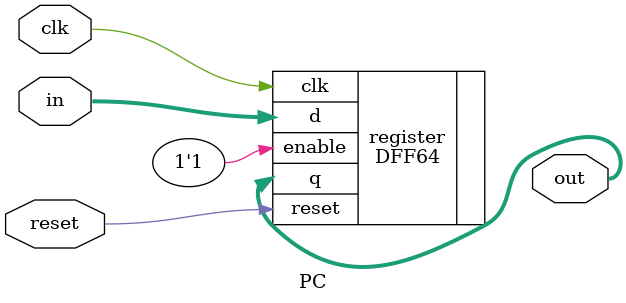
<source format=sv>
`timescale 1ns/10ps
module PC (out, in, reset, clk);
	output logic [63:0] out;
	input logic [63:0] in;
	input logic reset, clk;
	
	DFF64 register (.q(out), .d(in), .reset, .clk, .enable(1'b1));
	
endmodule

</source>
